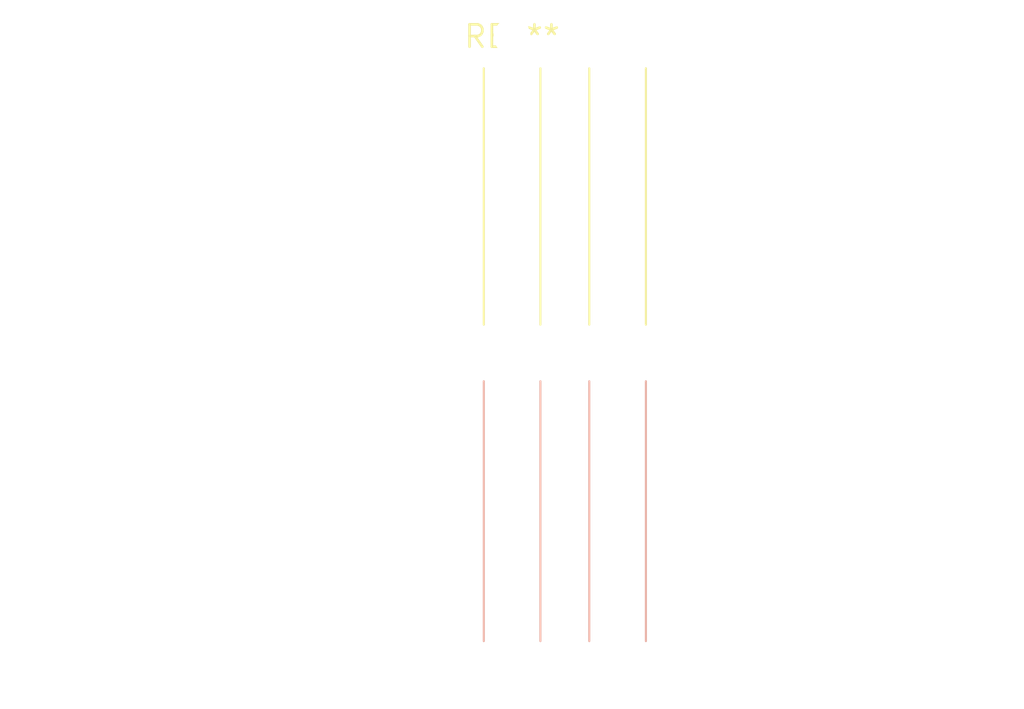
<source format=kicad_pcb>
(kicad_pcb (version 20240108) (generator pcbnew)
  (layers (0 "F.Cu" signal) (31 "B.Cu" signal) (34 "B.Paste" user) (35 "F.Paste" user) (36 "B.SilkS" user "B.Silkscreen") (37 "F.SilkS" user "F.Silkscreen") (38 "B.Mask" user) (39 "F.Mask" user) (44 "Edge.Cuts" user))
  (net 0 "")
  (footprint "SolderWire-1.5sqmm_1x02_P6mm_D1.7mm_OD3mm_Relief2x" (layer "F.Cu") (at 0 0)
    (property "Reference" "REF**")
    (property "Value" "SolderWire-1.5sqmm_1x02_P6mm_D1.7mm_OD3mm_Relief2x")
    (fp_line (start -1.61 19.61) (end -1.61 34.39) (layer "B.SilkS") (stroke (width 0.12)))
    (fp_line (start 1.61 19.61) (end 1.61 34.39) (layer "B.SilkS") (stroke (width 0.12)))
    (fp_line (start 4.39 19.61) (end 4.39 34.39) (layer "B.SilkS") (stroke (width 0.12)))
    (fp_line (start 7.61 19.61) (end 7.61 34.39) (layer "B.SilkS") (stroke (width 0.12)))
    (fp_line (start -1.61 1.81) (end -1.61 16.39) (layer "F.SilkS") (stroke (width 0.12)))
    (fp_line (start 1.61 1.81) (end 1.61 16.39) (layer "F.SilkS") (stroke (width 0.12)))
    (fp_line (start 4.39 1.81) (end 4.39 16.39) (layer "F.SilkS") (stroke (width 0.12)))
    (fp_line (start 7.61 1.81) (end 7.61 16.39) (layer "F.SilkS") (stroke (width 0.12)))
    (pad "" np_thru_hole circle (at 0 18) (size 3.5 3.5) (drill 3.5) (layers *.Cu *.Mask))
    (pad "" np_thru_hole circle (at 0 36) (size 3.5 3.5) (drill 3.5) (layers *.Cu *.Mask))
    (pad "" np_thru_hole circle (at 6 18) (size 3.5 3.5) (drill 3.5) (layers *.Cu *.Mask))
    (pad "" np_thru_hole circle (at 6 36) (size 3.5 3.5) (drill 3.5) (layers *.Cu *.Mask))
    (pad "1" thru_hole roundrect (at 0 0) (size 3.1 3.1) (drill 2.1) (layers *.Cu *.Mask) (remove_unused_layers) (roundrect_rratio 0.080645))
    (pad "2" thru_hole circle (at 6 0) (size 3.1 3.1) (drill 2.1) (layers *.Cu *.Mask) (remove_unused_layers))
  )
)
</source>
